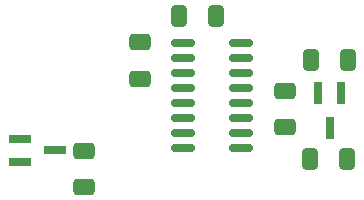
<source format=gbr>
%TF.GenerationSoftware,KiCad,Pcbnew,8.0.0~rc2-1e5b68cb87~176~ubuntu22.04.1*%
%TF.CreationDate,2024-02-07T10:24:23+05:30*%
%TF.ProjectId,BoB,426f422e-6b69-4636-9164-5f7063625858,rev?*%
%TF.SameCoordinates,Original*%
%TF.FileFunction,Paste,Top*%
%TF.FilePolarity,Positive*%
%FSLAX46Y46*%
G04 Gerber Fmt 4.6, Leading zero omitted, Abs format (unit mm)*
G04 Created by KiCad (PCBNEW 8.0.0~rc2-1e5b68cb87~176~ubuntu22.04.1) date 2024-02-07 10:24:23*
%MOMM*%
%LPD*%
G01*
G04 APERTURE LIST*
G04 Aperture macros list*
%AMRoundRect*
0 Rectangle with rounded corners*
0 $1 Rounding radius*
0 $2 $3 $4 $5 $6 $7 $8 $9 X,Y pos of 4 corners*
0 Add a 4 corners polygon primitive as box body*
4,1,4,$2,$3,$4,$5,$6,$7,$8,$9,$2,$3,0*
0 Add four circle primitives for the rounded corners*
1,1,$1+$1,$2,$3*
1,1,$1+$1,$4,$5*
1,1,$1+$1,$6,$7*
1,1,$1+$1,$8,$9*
0 Add four rect primitives between the rounded corners*
20,1,$1+$1,$2,$3,$4,$5,0*
20,1,$1+$1,$4,$5,$6,$7,0*
20,1,$1+$1,$6,$7,$8,$9,0*
20,1,$1+$1,$8,$9,$2,$3,0*%
G04 Aperture macros list end*
%ADD10RoundRect,0.250000X-0.650000X0.412500X-0.650000X-0.412500X0.650000X-0.412500X0.650000X0.412500X0*%
%ADD11RoundRect,0.250000X0.412500X0.650000X-0.412500X0.650000X-0.412500X-0.650000X0.412500X-0.650000X0*%
%ADD12RoundRect,0.250000X0.650000X-0.412500X0.650000X0.412500X-0.650000X0.412500X-0.650000X-0.412500X0*%
%ADD13RoundRect,0.250000X-0.412500X-0.650000X0.412500X-0.650000X0.412500X0.650000X-0.412500X0.650000X0*%
%ADD14R,0.800000X1.900000*%
%ADD15R,1.900000X0.800000*%
%ADD16RoundRect,0.150000X-0.825000X-0.150000X0.825000X-0.150000X0.825000X0.150000X-0.825000X0.150000X0*%
G04 APERTURE END LIST*
D10*
%TO.C,C3*%
X81026000Y-65457500D03*
X81026000Y-68582500D03*
%TD*%
D11*
%TO.C,C1*%
X75192500Y-59120000D03*
X72067500Y-59120000D03*
%TD*%
D12*
%TO.C,C13*%
X64008000Y-73660000D03*
X64008000Y-70535000D03*
%TD*%
D13*
%TO.C,C4*%
X83235000Y-62900000D03*
X86360000Y-62900000D03*
%TD*%
D14*
%TO.C,U2*%
X85786000Y-65670000D03*
X83886000Y-65670000D03*
X84836000Y-68670000D03*
%TD*%
D15*
%TO.C,D1*%
X58612500Y-69580000D03*
X58612500Y-71480000D03*
X61612500Y-70530000D03*
%TD*%
D13*
%TO.C,C5*%
X83187500Y-71250000D03*
X86312500Y-71250000D03*
%TD*%
D12*
%TO.C,C2*%
X68760000Y-64515000D03*
X68760000Y-61390000D03*
%TD*%
D16*
%TO.C,U1*%
X72390700Y-61410000D03*
X72390700Y-62680000D03*
X72390700Y-63950000D03*
X72390700Y-65220000D03*
X72390700Y-66490000D03*
X72390700Y-67760000D03*
X72390700Y-69030000D03*
X72390700Y-70300000D03*
X77340700Y-70300000D03*
X77340700Y-69030000D03*
X77340700Y-67760000D03*
X77340700Y-66490000D03*
X77340700Y-65220000D03*
X77340700Y-63950000D03*
X77340700Y-62680000D03*
X77340700Y-61410000D03*
%TD*%
M02*

</source>
